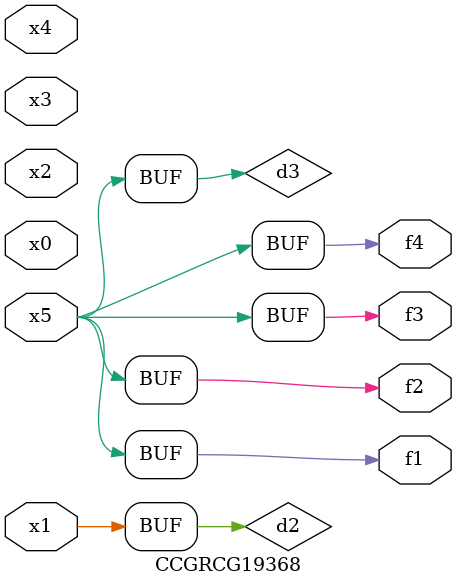
<source format=v>
module CCGRCG19368(
	input x0, x1, x2, x3, x4, x5,
	output f1, f2, f3, f4
);

	wire d1, d2, d3;

	not (d1, x5);
	or (d2, x1);
	xnor (d3, d1);
	assign f1 = d3;
	assign f2 = d3;
	assign f3 = d3;
	assign f4 = d3;
endmodule

</source>
